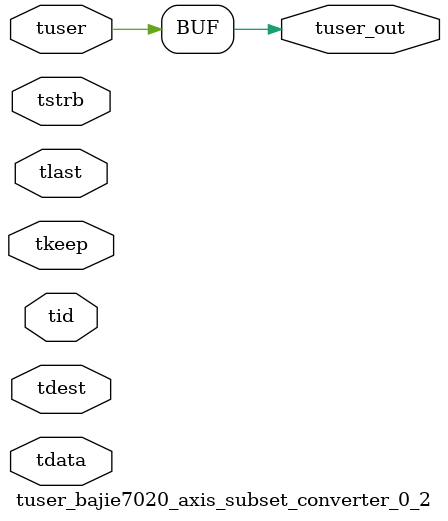
<source format=v>


`timescale 1ps/1ps

module tuser_bajie7020_axis_subset_converter_0_2 #
(
parameter C_S_AXIS_TUSER_WIDTH = 1,
parameter C_S_AXIS_TDATA_WIDTH = 32,
parameter C_S_AXIS_TID_WIDTH   = 0,
parameter C_S_AXIS_TDEST_WIDTH = 0,
parameter C_M_AXIS_TUSER_WIDTH = 1
)
(
input  [(C_S_AXIS_TUSER_WIDTH == 0 ? 1 : C_S_AXIS_TUSER_WIDTH)-1:0     ] tuser,
input  [(C_S_AXIS_TDATA_WIDTH == 0 ? 1 : C_S_AXIS_TDATA_WIDTH)-1:0     ] tdata,
input  [(C_S_AXIS_TID_WIDTH   == 0 ? 1 : C_S_AXIS_TID_WIDTH)-1:0       ] tid,
input  [(C_S_AXIS_TDEST_WIDTH == 0 ? 1 : C_S_AXIS_TDEST_WIDTH)-1:0     ] tdest,
input  [(C_S_AXIS_TDATA_WIDTH/8)-1:0 ] tkeep,
input  [(C_S_AXIS_TDATA_WIDTH/8)-1:0 ] tstrb,
input                                                                    tlast,
output [C_M_AXIS_TUSER_WIDTH-1:0] tuser_out
);

assign tuser_out = {tuser[0:0]};

endmodule


</source>
